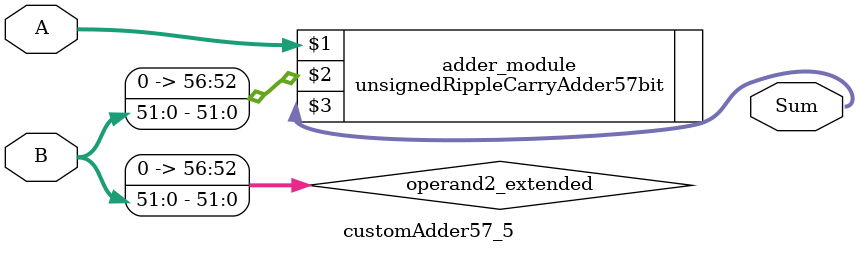
<source format=v>
module customAdder57_5(
                        input [56 : 0] A,
                        input [51 : 0] B,
                        
                        output [57 : 0] Sum
                );

        wire [56 : 0] operand2_extended;
        
        assign operand2_extended =  {5'b0, B};
        
        unsignedRippleCarryAdder57bit adder_module(
            A,
            operand2_extended,
            Sum
        );
        
        endmodule
        
</source>
